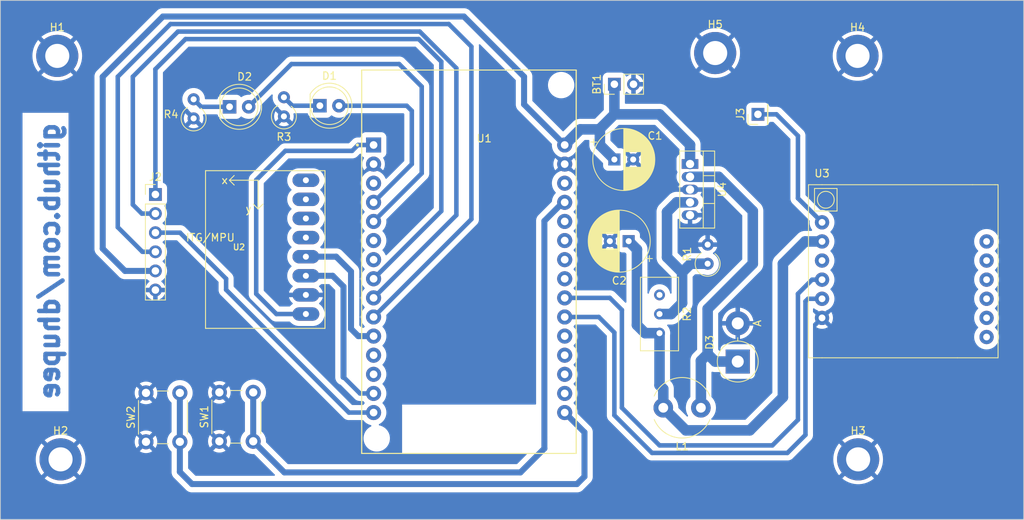
<source format=kicad_pcb>
(kicad_pcb (version 20221018) (generator pcbnew)
  (layers (0 "F.Cu" signal) (31 "B.Cu" signal) (34 "B.Paste" user) (35 "F.Paste" user) (36 "B.SilkS" user "B.Silkscreen") (37 "F.SilkS" user "F.Silkscreen") (38 "B.Mask" user) (39 "F.Mask" user) (44 "Edge.Cuts" user))
  (net 0 "")
  (net 1 "GND")
  (net 3 "+4V")
  (net 4 "LED1")
  (net 7 "LED2")
  (net 10 "Net-(D3-K)")
  (net 12 "Net-(U4-FB)")
  (net 17 "PUSH1")
  (net 18 "+3.3V")
  (net 23 "SDA")
  (net 24 "SCL")
  (net 25 "SIM_TX")
  (net 26 "SIM_RX")
  (net 38 "Net-(D1-K)")
  (net 39 "Net-(D2-K)")
  (net 40 "VIN")
  (net 41 "MISO")
  (net 42 "MOSI")
  (net 43 "SCK")
  (net 44 "CS")
  (net 45 "ANTENNA")
  (net 46 "PUSH2")
  (footprint "LED_THT:LED_D5.0mm" (layer "F.Cu") (at 42.46 26.145343)
    (fp_text reference "D2" (at 2 -4) (layer "F.SilkS"))
    (fp_text value "LED2")
    (pad "1" thru_hole rect (at 0 0) (size 1.8 1.8) (drill 0.9) (layers "*.Cu" "*.Mask") (net 39 "Net-(D2-K)"))
    (pad "2" thru_hole circle (at 2.54 0) (size 1.8 1.8) (drill 0.9) (layers "*.Cu" "*.Mask") (net 7 "LED2"))
  )
  (footprint "Button_Switch_THT:SW_PUSH_6mm" (layer "F.Cu") (at 31.3525 70.6675 90)
    (fp_text reference "SW2" (at 3.25 -2 90) (layer "F.SilkS"))
    (fp_text value "SW_Push2")
    (pad "1" thru_hole circle (at 0 0 180) (size 2 2) (drill 1.1) (layers "*.Cu" "*.Mask") (net 1 "GND"))
    (pad "1" thru_hole circle (at 6.5 0 180) (size 2 2) (drill 1.1) (layers "*.Cu" "*.Mask") (net 1 "GND"))
    (pad "2" thru_hole circle (at 0 4.5 180) (size 2 2) (drill 1.1) (layers "*.Cu" "*.Mask") (net 46 "PUSH2"))
    (pad "2" thru_hole circle (at 6.5 4.5 180) (size 2 2) (drill 1.1) (layers "*.Cu" "*.Mask") (net 46 "PUSH2"))
  )
  (footprint "GY-521:GY-521" (layer "F.Cu") (at 43.7125 44.795343 180)
    (fp_text reference "U2" (at 0 0 180) (layer "F.SilkS") (effects (font (size 0.787402 0.787402))))
    (fp_text value "GY-521")
    (fp_text user "y" (at -1.27 5.08 180) (layer "F.SilkS"))
    (fp_text user "x" (at 1.905 8.89 180) (layer "F.SilkS"))
    (fp_text user "ITG/MPU" (at 3.81 1.27 180) (layer "F.SilkS"))
    (pad "ADO" thru_hole oval (at -8.89 6.35 180) (size 3.556 1.778) (drill 0.8) (layers "*.Cu" "*.Mask"))
    (pad "GND" thru_hole oval (at -8.89 -6.35 180) (size 3.556 1.778) (drill 0.8) (layers "*.Cu" "*.Mask") (net 1 "GND"))
    (pad "INT" thru_hole oval (at -8.89 8.89 180) (size 3.556 1.778) (drill 0.8) (layers "*.Cu" "*.Mask"))
    (pad "SCL" thru_hole oval (at -8.89 -3.81 180) (size 3.556 1.778) (drill 0.8) (layers "*.Cu" "*.Mask") (net 24 "SCL"))
    (pad "SDA" thru_hole oval (at -8.89 -1.27 180) (size 3.556 1.778) (drill 0.8) (layers "*.Cu" "*.Mask") (net 23 "SDA"))
    (pad "VCC" thru_hole oval (at -8.89 -8.89 180) (size 3.556 1.778) (drill 0.8) (layers "*.Cu" "*.Mask") (net 18 "+3.3V"))
    (pad "XCL" thru_hole oval (at -8.89 3.81 180) (size 3.556 1.778) (drill 0.8) (layers "*.Cu" "*.Mask"))
    (pad "XDA" thru_hole oval (at -8.89 1.27 180) (size 3.556 1.778) (drill 0.8) (layers "*.Cu" "*.Mask"))
  )
  (footprint "Capacitor_THT:CP_Radial_D8.0mm_P2.50mm" (layer "F.Cu") (at 95.5 44 180)
    (fp_text reference "C2" (at 1.25 -5.25) (layer "F.SilkS"))
    (fp_text value "220u")
    (pad "1" thru_hole rect (at 0 0 180) (size 1.6 1.6) (drill 0.8) (layers "*.Cu" "*.Mask") (net 3 "+4V"))
    (pad "2" thru_hole circle (at 2.5 0 180) (size 1.6 1.6) (drill 0.8) (layers "*.Cu" "*.Mask") (net 1 "GND"))
  )
  (footprint "LED_THT:LED_D5.0mm" (layer "F.Cu") (at 54.46 26)
    (fp_text reference "D1" (at 1.27 -3.96) (layer "F.SilkS"))
    (fp_text value "LED1")
    (pad "1" thru_hole rect (at 0 0) (size 1.8 1.8) (drill 0.9) (layers "*.Cu" "*.Mask") (net 38 "Net-(D1-K)"))
    (pad "2" thru_hole circle (at 2.54 0) (size 1.8 1.8) (drill 0.9) (layers "*.Cu" "*.Mask") (net 4 "LED1"))
  )
  (footprint "Connector_PinHeader_2.54mm:PinHeader_1x02_P2.54mm_Vertical" (layer "F.Cu") (at 93.6025 23.145343 90)
    (fp_text reference "BT1" (at 0 -2.33 90) (layer "F.SilkS"))
    (fp_text value "Battery_Cell")
    (pad "1" thru_hole rect (at 0 0 90) (size 1.7 1.7) (drill 1) (layers "*.Cu" "*.Mask") (net 40 "VIN"))
    (pad "2" thru_hole oval (at 0 2.54 90) (size 1.7 1.7) (drill 1) (layers "*.Cu" "*.Mask") (net 1 "GND"))
  )
  (footprint "Button_Switch_THT:SW_PUSH_6mm" (layer "F.Cu") (at 41.1025 70.5975 90)
    (fp_text reference "SW1" (at 3.25 -2 90) (layer "F.SilkS"))
    (fp_text value "SW_Push1")
    (pad "1" thru_hole circle (at 0 0 180) (size 2 2) (drill 1.1) (layers "*.Cu" "*.Mask") (net 1 "GND"))
    (pad "1" thru_hole circle (at 6.5 0 180) (size 2 2) (drill 1.1) (layers "*.Cu" "*.Mask") (net 1 "GND"))
    (pad "2" thru_hole circle (at 0 4.5 180) (size 2 2) (drill 1.1) (layers "*.Cu" "*.Mask") (net 17 "PUSH1"))
    (pad "2" thru_hole circle (at 6.5 4.5 180) (size 2 2) (drill 1.1) (layers "*.Cu" "*.Mask") (net 17 "PUSH1"))
  )
  (footprint "Resistor_THT:R_Axial_DIN0309_L9.0mm_D3.2mm_P2.54mm_Vertical" (layer "F.Cu") (at 37.6825 27.685343 90)
    (fp_text reference "R4" (at 0.54 -3) (layer "F.SilkS"))
    (fp_text value "220")
    (pad "1" thru_hole circle (at 0 0 90) (size 1.6 1.6) (drill 0.8) (layers "*.Cu" "*.Mask") (net 1 "GND"))
    (pad "2" thru_hole oval (at 2.54 0 90) (size 1.6 1.6) (drill 0.8) (layers "*.Cu" "*.Mask") (net 39 "Net-(D2-K)"))
  )
  (footprint "MountingHole:MountingHole_3.2mm_M3_DIN965_Pad" (layer "F.Cu") (at 107 19)
    (fp_text reference "H5" (at 0 -3.8) (layer "F.SilkS"))
    (fp_text value "MountingHole_Pad")
    (pad "1" thru_hole circle (at 0 0) (size 5.6 5.6) (drill 3.2) (layers "*.Cu" "*.Mask") (net 1 "GND"))
  )
  (footprint "Potentiometer_THT:Potentiometer_Bourns_3296W_Vertical" (layer "F.Cu") (at 99.6025 56.225343 -90)
    (fp_text reference "R2" (at -2.54 -3.66 90) (layer "F.SilkS"))
    (fp_text value "2.2k")
    (pad "1" thru_hole circle (at 0 0 270) (size 1.44 1.44) (drill 0.8) (layers "*.Cu" "*.Mask") (net 3 "+4V"))
    (pad "2" thru_hole circle (at -2.54 0 270) (size 1.44 1.44) (drill 0.8) (layers "*.Cu" "*.Mask") (net 12 "Net-(U4-FB)"))
    (pad "3" thru_hole circle (at -5.08 0 270) (size 1.44 1.44) (drill 0.8) (layers "*.Cu" "*.Mask"))
  )
  (footprint "MountingHole:MountingHole_3.2mm_M3_DIN965_Pad" (layer "F.Cu") (at 125.92 19.38)
    (fp_text reference "H4" (at 0 -3.8) (layer "F.SilkS"))
    (fp_text value "MountingHole_Pad")
    (pad "1" thru_hole circle (at 0 0) (size 5.6 5.6) (drill 3.2) (layers "*.Cu" "*.Mask") (net 1 "GND"))
  )
  (footprint "MountingHole:MountingHole_3.2mm_M3_DIN965_Pad" (layer "F.Cu") (at 19.56 19.38)
    (fp_text reference "H1" (at 0 -3.8) (layer "F.SilkS"))
    (fp_text value "MountingHole_Pad")
    (pad "1" thru_hole circle (at 0 0) (size 5.6 5.6) (drill 3.2) (layers "*.Cu" "*.Mask") (net 1 "GND"))
  )
  (footprint "Inductor_THT:L_Radial_D7.8mm_P5.00mm_Fastron_07HCP" (layer "F.Cu") (at 105.1025 66.145343 180)
    (fp_text reference "L1" (at 2.5 -5.15) (layer "F.SilkS"))
    (fp_text value "68u")
    (pad "1" thru_hole circle (at 0 0 180) (size 2.6 2.6) (drill 1.3) (layers "*.Cu" "*.Mask") (net 10 "Net-(D3-K)"))
    (pad "2" thru_hole circle (at 5 0 180) (size 2.6 2.6) (drill 1.3) (layers "*.Cu" "*.Mask") (net 3 "+4V"))
  )
  (footprint "Diode_THT:D_DO-201AD_P5.08mm_Vertical_AnodeUp" (layer "F.Cu") (at 110 60 90)
    (fp_text reference "D3" (at 2.54 -3.72 90) (layer "F.SilkS"))
    (fp_text value "1N5820")
    (fp_text user "A" (at 5.08 2.6 90) (layer "F.SilkS"))
    (pad "1" thru_hole rect (at 0 0 90) (size 3.2 3.2) (drill 1.6) (layers "*.Cu" "*.Mask") (net 10 "Net-(D3-K)"))
    (pad "2" thru_hole oval (at 5.08 0 90) (size 3.2 3.2) (drill 1.6) (layers "*.Cu" "*.Mask") (net 1 "GND"))
  )
  (footprint "SIM800L-Core-Module-KiCad-Footprint-main:SIM800L-CORE" (layer "F.Cu") (at 121.2 41.5)
    (fp_text reference "U3" (at 0 -6.5 unlocked) (layer "F.SilkS"))
    (fp_text value "SIM800L-CORE")
    (pad "1" thru_hole circle (at 0 0) (size 1.9 1.9) (drill 0.9) (layers "*.Cu" "*.Mask") (net 45 "ANTENNA"))
    (pad "2" thru_hole circle (at 0 2.54) (size 1.9 1.9) (drill 0.9) (layers "*.Cu" "*.Mask") (net 3 "+4V"))
    (pad "3" thru_hole circle (at 0 5.08) (size 1.9 1.9) (drill 0.9) (layers "*.Cu" "*.Mask"))
    (pad "4" thru_hole circle (at 0 7.62) (size 1.9 1.9) (drill 0.9) (layers "*.Cu" "*.Mask") (net 26 "SIM_RX"))
    (pad "5" thru_hole circle (at 0 10.16) (size 1.9 1.9) (drill 0.9) (layers "*.Cu" "*.Mask") (net 25 "SIM_TX"))
    (pad "6" thru_hole circle (at 0 12.7) (size 1.9 1.9) (drill 0.9) (layers "*.Cu" "*.Mask") (net 1 "GND"))
    (pad "7" thru_hole circle (at 21.87 15.24) (size 1.9 1.9) (drill 0.9) (layers "*.Cu" "*.Mask"))
    (pad "8" thru_hole circle (at 21.87 12.7) (size 1.9 1.9) (drill 0.9) (layers "*.Cu" "*.Mask"))
    (pad "9" thru_hole circle (at 21.87 10.16) (size 1.9 1.9) (drill 0.9) (layers "*.Cu" "*.Mask"))
    (pad "10" thru_hole circle (at 21.87 7.62) (size 1.9 1.9) (drill 0.9) (layers "*.Cu" "*.Mask"))
    (pad "11" thru_hole circle (at 21.87 5.08) (size 1.9 1.9) (drill 0.9) (layers "*.Cu" "*.Mask"))
    (pad "12" thru_hole circle (at 21.87 2.54) (size 1.9 1.9) (drill 0.9) (layers "*.Cu" "*.Mask"))
  )
  (footprint "Package_TO_SOT_THT:TO-220-5_Vertical" (layer "F.Cu") (at 103.6575 33.745343 -90)
    (fp_text reference "U4" (at 3.4 -4.27 90) (layer "F.SilkS"))
    (fp_text value "LM2596T-ADJ")
    (pad "1" thru_hole rect (at 0 0 270) (size 1.275 2.2) (drill 1.1) (layers "*.Cu" "*.Mask") (net 40 "VIN"))
    (pad "2" thru_hole oval (at 1.7 0 270) (size 1.275 2.2) (drill 1.1) (layers "*.Cu" "*.Mask") (net 10 "Net-(D3-K)"))
    (pad "3" thru_hole oval (at 3.4 0 270) (size 1.275 2.2) (drill 1.1) (layers "*.Cu" "*.Mask") (net 1 "GND"))
    (pad "4" thru_hole oval (at 5.1 0 270) (size 1.275 2.2) (drill 1.1) (layers "*.Cu" "*.Mask") (net 12 "Net-(U4-FB)"))
    (pad "5" thru_hole oval (at 6.8 0 270) (size 1.275 2.2) (drill 1.1) (layers "*.Cu" "*.Mask") (net 1 "GND"))
  )
  (footprint "Resistor_THT:R_Axial_DIN0309_L9.0mm_D3.2mm_P2.54mm_Vertical" (layer "F.Cu") (at 106 47 90)
    (fp_text reference "R1" (at 1.27 -2.72 90) (layer "F.SilkS"))
    (fp_text value "1k")
    (pad "1" thru_hole circle (at 0 0 90) (size 1.6 1.6) (drill 0.8) (layers "*.Cu" "*.Mask") (net 12 "Net-(U4-FB)"))
    (pad "2" thru_hole oval (at 2.54 0 90) (size 1.6 1.6) (drill 0.8) (layers "*.Cu" "*.Mask") (net 1 "GND"))
  )
  (footprint "Connector_PinHeader_2.54mm:PinHeader_1x01_P2.54mm_Vertical" (layer "F.Cu") (at 112.6825 27.145343 90)
    (fp_text reference "J3" (at 0 -2.33 90) (layer "F.SilkS"))
    (fp_text value "Antenna_Connector")
    (pad "1" thru_hole rect (at 0 0 90) (size 1.7 1.7) (drill 1) (layers "*.Cu" "*.Mask") (net 45 "ANTENNA"))
  )
  (footprint "Connector_PinHeader_2.54mm:PinHeader_1x06_P2.54mm_Vertical" (layer "F.Cu") (at 32.6025 37.795343)
    (fp_text reference "J2" (at 0 -2.33) (layer "F.SilkS"))
    (fp_text value "MicroSD_Module")
    (pad "1" thru_hole rect (at 0 0) (size 1.7 1.7) (drill 1) (layers "*.Cu" "*.Mask") (net 44 "CS"))
    (pad "2" thru_hole oval (at 0 2.54) (size 1.7 1.7) (drill 1) (layers "*.Cu" "*.Mask") (net 43 "SCK"))
    (pad "3" thru_hole oval (at 0 5.08) (size 1.7 1.7) (drill 1) (layers "*.Cu" "*.Mask") (net 42 "MOSI"))
    (pad "4" thru_hole oval (at 0 7.62) (size 1.7 1.7) (drill 1) (layers "*.Cu" "*.Mask") (net 41 "MISO"))
    (pad "5" thru_hole oval (at 0 10.16) (size 1.7 1.7) (drill 1) (layers "*.Cu" "*.Mask") (net 40 "VIN"))
    (pad "6" thru_hole oval (at 0 12.7) (size 1.7 1.7) (drill 1) (layers "*.Cu" "*.Mask") (net 1 "GND"))
  )
  (footprint "MountingHole:MountingHole_3.2mm_M3_DIN965_Pad" (layer "F.Cu") (at 20 73)
    (fp_text reference "H2" (at 0 -3.8) (layer "F.SilkS"))
    (fp_text value "MountingHole_Pad")
    (pad "1" thru_hole circle (at 0 0) (size 5.6 5.6) (drill 3.2) (layers "*.Cu" "*.Mask") (net 1 "GND"))
  )
  (footprint "Capacitor_THT:CP_Radial_D8.0mm_P2.50mm" (layer "F.Cu") (at 93.6025 33.145343)
    (fp_text reference "C1" (at 5.3975 -3.145343) (layer "F.SilkS"))
    (fp_text value "470u")
    (pad "1" thru_hole rect (at 0 0) (size 1.6 1.6) (drill 0.8) (layers "*.Cu" "*.Mask") (net 40 "VIN"))
    (pad "2" thru_hole circle (at 2.5 0) (size 1.6 1.6) (drill 0.8) (layers "*.Cu" "*.Mask") (net 1 "GND"))
  )
  (footprint "MountingHole:MountingHole_3.2mm_M3_DIN965_Pad" (layer "F.Cu") (at 126 73)
    (fp_text reference "H3" (at 0 -3.8) (layer "F.SilkS"))
    (fp_text value "MountingHole_Pad")
    (pad "1" thru_hole circle (at 0 0) (size 5.6 5.6) (drill 3.2) (layers "*.Cu" "*.Mask") (net 1 "GND"))
  )
  (footprint "Resistor_THT:R_Axial_DIN0309_L9.0mm_D3.2mm_P2.54mm_Vertical" (layer "F.Cu") (at 49.6825 27.4175 90)
    (fp_text reference "R3" (at -2.727843 0) (layer "F.SilkS"))
    (fp_text value "220")
    (pad "1" thru_hole circle (at 0 0 90) (size 1.6 1.6) (drill 0.8) (layers "*.Cu" "*.Mask") (net 1 "GND"))
    (pad "2" thru_hole oval (at 2.54 0 90) (size 1.6 1.6) (drill 0.8) (layers "*.Cu" "*.Mask") (net 38 "Net-(D1-K)"))
  )
  (footprint "ESP32-DEVKIT-V1:MODULE_ESP32_DEVKIT_V1" (layer "F.Cu") (at 74.3 46.735)
    (fp_text reference "U1" (at 2 -16.38) (layer "F.SilkS"))
    (fp_text value "ESP32-DEVKIT-V1")
    (pad "" np_thru_hole circle (at -12.28 -23.475) (size 3 3) (drill 3) (layers "*.Cu" "*.Mask"))
    (pad "" np_thru_hole circle (at -12.28 23.475) (size 3 3) (drill 3) (layers "*.Cu" "*.Mask"))
    (pad "" np_thru_hole circle (at 12.23 -23.475) (size 3 3) (drill 3) (layers "*.Cu" "*.Mask"))
    (pad "" np_thru_hole circle (at 12.23 23.475) (size 3 3) (drill 3) (layers "*.Cu" "*.Mask"))
    (pad "1" thru_hole rect (at -12.7 -15.515) (size 2 2) (drill 1.02) (layers "*.Cu" "*.Mask") (net 18 "+3.3V"))
    (pad "2" thru_hole circle (at -12.7 -12.975) (size 2 2) (drill 1.02) (layers "*.Cu" "*.Mask") (net 1 "GND"))
    (pad "3" thru_hole circle (at -12.7 -10.435) (size 2 2) (drill 1.02) (layers "*.Cu" "*.Mask"))
    (pad "4" thru_hole circle (at -12.7 -7.895) (size 2 2) (drill 1.02) (layers "*.Cu" "*.Mask") (net 4 "LED1"))
    (pad "5" thru_hole circle (at -12.7 -5.355) (size 2 2) (drill 1.02) (layers "*.Cu" "*.Mask") (net 7 "LED2"))
    (pad "6" thru_hole circle (at -12.7 -2.815) (size 2 2) (drill 1.02) (layers "*.Cu" "*.Mask"))
    (pad "7" thru_hole circle (at -12.7 -0.275) (size 2 2) (drill 1.02) (layers "*.Cu" "*.Mask"))
    (pad "8" thru_hole circle (at -12.7 2.265) (size 2 2) (drill 1.02) (layers "*.Cu" "*.Mask") (net 44 "CS"))
    (pad "9" thru_hole circle (at -12.7 4.805) (size 2 2) (drill 1.02) (layers "*.Cu" "*.Mask") (net 43 "SCK"))
    (pad "10" thru_hole circle (at -12.7 7.345) (size 2 2) (drill 1.02) (layers "*.Cu" "*.Mask") (net 41 "MISO"))
    (pad "11" thru_hole circle (at -12.7 9.885) (size 2 2) (drill 1.02) (layers "*.Cu" "*.Mask") (net 23 "SDA"))
    (pad "12" thru_hole circle (at -12.7 12.425) (size 2 2) (drill 1.02) (layers "*.Cu" "*.Mask"))
    (pad "13" thru_hole circle (at -12.7 14.965) (size 2 2) (drill 1.02) (layers "*.Cu" "*.Mask"))
    (pad "14" thru_hole circle (at -12.7 17.505) (size 2 2) (drill 1.02) (layers "*.Cu" "*.Mask") (net 24 "SCL"))
    (pad "15" thru_hole circle (at -12.7 20.045) (size 2 2) (drill 1.02) (layers "*.Cu" "*.Mask") (net 42 "MOSI"))
    (pad "16" thru_hole circle (at 12.7 20.045) (size 2 2) (drill 1.02) (layers "*.Cu" "*.Mask") (net 46 "PUSH2"))
    (pad "17" thru_hole circle (at 12.7 17.505) (size 2 2) (drill 1.02) (layers "*.Cu" "*.Mask"))
    (pad "18" thru_hole circle (at 12.7 14.965) (size 2 2) (drill 1.02) (layers "*.Cu" "*.Mask"))
    (pad "19" thru_hole circle (at 12.7 12.425) (size 2 2) (drill 1.02) (layers "*.Cu" "*.Mask"))
    (pad "20" thru_hole circle (at 12.7 9.885) (size 2 2) (drill 1.02) (layers "*.Cu" "*.Mask"))
    (pad "21" thru_hole circle (at 12.7 7.345) (size 2 2) (drill 1.02) (layers "*.Cu" "*.Mask") (net 25 "SIM_TX"))
    (pad "22" thru_hole circle (at 12.7 4.805) (size 2 2) (drill 1.02) (layers "*.Cu" "*.Mask") (net 26 "SIM_RX"))
    (pad "23" thru_hole circle (at 12.7 2.265) (size 2 2) (drill 1.02) (layers "*.Cu" "*.Mask"))
    (pad "24" thru_hole circle (at 12.7 -0.275) (size 2 2) (drill 1.02) (layers "*.Cu" "*.Mask"))
    (pad "25" thru_hole circle (at 12.7 -2.815) (size 2 2) (drill 1.02) (layers "*.Cu" "*.Mask"))
    (pad "26" thru_hole circle (at 12.7 -5.355) (size 2 2) (drill 1.02) (layers "*.Cu" "*.Mask"))
    (pad "27" thru_hole circle (at 12.7 -7.895) (size 2 2) (drill 1.02) (layers "*.Cu" "*.Mask") (net 17 "PUSH1"))
    (pad "28" thru_hole circle (at 12.7 -10.435) (size 2 2) (drill 1.02) (layers "*.Cu" "*.Mask"))
    (pad "29" thru_hole circle (at 12.7 -12.975) (size 2 2) (drill 1.02) (layers "*.Cu" "*.Mask") (net 1 "GND"))
    (pad "30" thru_hole circle (at 12.7 -15.515) (size 2 2) (drill 1.02) (layers "*.Cu" "*.Mask") (net 40 "VIN"))
    (zone (net 0) (net_name "") (layer "B.Cu") (connect_pads (clearance 0)) (min_thickness 0.01)
      (keepout (tracks not_allowed) (vias not_allowed) (pads not_allowed) (copperpour not_allowed) (footprints allowed))
      (fill (thermal_gap 0.508) (thermal_bridge_width 0.508))
      (polygon (pts (xy 65.39 65.72) (xy 83.08 65.72) (xy 83.08 72.21) (xy 65.39 72.21)))
    )
  )
  (gr_rect (start 12 12) (end 148 81) (stroke (width 0.1)) (fill none) (layer "Edge.Cuts"))
  (gr_text "github.com/dhupee" (at 20 28 90) (layer "B.Cu") (effects (font (size 2.5 2.5) (thickness 0.6) bold) (justify left bottom mirror)))
  (segment (start 100.1025 63.645343) (end 99.6025 63.145343) (width 1.4) (layer "B.Cu") (net 3))
  (segment (start 100.1025 66.145343) (end 103.1025 69.145343) (width 1.4) (layer "B.Cu") (net 3))
  (segment (start 99.6025 56.225343) (end 97.6825 56.225343) (width 1.4) (layer "B.Cu") (net 3))
  (segment (start 103.1025 69.145343) (end 111.6025 69.145343) (width 1.4) (layer "B.Cu") (net 3))
  (segment (start 118.96 44.04) (end 121.2 44.04) (width 1.4) (layer "B.Cu") (net 3))
  (segment (start 99.6025 63.145343) (end 99.6025 56.225343) (width 1.4) (layer "B.Cu") (net 3))
  (segment (start 116 64.747843) (end 116 47) (width 1.4) (layer "B.Cu") (net 3))
  (segment (start 96.6025 45.1025) (end 95.5 44) (width 1.4) (layer "B.Cu") (net 3))
  (segment (start 100.1025 66.145343) (end 100.1025 63.645343) (width 1.4) (layer "B.Cu") (net 3))
  (segment (start 116 47) (end 118.96 44.04) (width 1.4) (layer "B.Cu") (net 3))
  (segment (start 111.6025 69.145343) (end 116 64.747843) (width 1.4) (layer "B.Cu") (net 3))
  (segment (start 97.6825 56.225343) (end 96.6025 55.145343) (width 1.4) (layer "B.Cu") (net 3))
  (segment (start 96.6025 55.145343) (end 96.6025 45.1025) (width 1.4) (layer "B.Cu") (net 3))
  (segment (start 66.6825 26.6825) (end 66 26) (width 0.6) (layer "B.Cu") (net 4))
  (segment (start 66 26) (end 57 26) (width 0.6) (layer "B.Cu") (net 4))
  (segment (start 61.6 38.84) (end 66.6825 33.7575) (width 0.6) (layer "B.Cu") (net 4))
  (segment (start 66.6825 33.7575) (end 66.6825 26.6825) (width 0.6) (layer "B.Cu") (net 4))
  (segment (start 68 34.98) (end 61.6 41.38) (width 0.6) (layer "B.Cu") (net 7))
  (segment (start 50.6825 20.462843) (end 65.000001 20.462843) (width 0.6) (layer "B.Cu") (net 7))
  (segment (start 68 23.462843) (end 68 34.98) (width 0.6) (layer "B.Cu") (net 7))
  (segment (start 50.6825 20.462843) (end 45 26.145343) (width 0.6) (layer "B.Cu") (net 7))
  (segment (start 66.268579 21.731421) (end 68 23.462843) (width 0.6) (layer "B.Cu") (net 7))
  (segment (start 65.000001 20.462843) (end 66.268579 21.731421) (width 0.6) (layer "B.Cu") (net 7))
  (segment (start 106 59) (end 107 60) (width 1.4) (layer "B.Cu") (net 10))
  (segment (start 107 60) (end 110 60) (width 1.4) (layer "B.Cu") (net 10))
  (segment (start 112 40) (end 107.445343 35.445343) (width 1.4) (layer "B.Cu") (net 10))
  (segment (start 106 59) (end 106 53) (width 1.4) (layer "B.Cu") (net 10))
  (segment (start 112 47) (end 112 40) (width 1.4) (layer "B.Cu") (net 10))
  (segment (start 105.1025 66.145343) (end 105.1025 59.8975) (width 1.4) (layer "B.Cu") (net 10))
  (segment (start 106 53) (end 112 47) (width 1.4) (layer "B.Cu") (net 10))
  (segment (start 107.445343 35.445343) (end 103.6575 35.445343) (width 1.4) (layer "B.Cu") (net 10))
  (segment (start 105.1025 59.8975) (end 106 59) (width 1.4) (layer "B.Cu") (net 10))
  (segment (start 101.1425 53.685343) (end 99.6025 53.685343) (width 1.4) (layer "B.Cu") (net 12))
  (segment (start 102.6025 52.225343) (end 101.1425 53.685343) (width 1.4) (layer "B.Cu") (net 12))
  (segment (start 102.6025 48.145343) (end 102.6025 52.225343) (width 1.4) (layer "B.Cu") (net 12))
  (segment (start 103.6575 38.845343) (end 101.8825 38.845343) (width 1.4) (layer "B.Cu") (net 12))
  (segment (start 100.6025 40.125343) (end 100.6025 46.145343) (width 1.4) (layer "B.Cu") (net 12))
  (segment (start 101.8825 38.845343) (end 100.6025 40.125343) (width 1.4) (layer "B.Cu") (net 12))
  (segment (start 103.747843 47) (end 106 47) (width 1.4) (layer "B.Cu") (net 12))
  (segment (start 100.6025 46.145343) (end 102.6025 48.145343) (width 1.4) (layer "B.Cu") (net 12))
  (segment (start 102.6025 48.145343) (end 103.747843 47) (width 1.4) (layer "B.Cu") (net 12))
  (segment (start 84.3 71.555686) (end 81.120686 74.735) (width 0.8) (layer "B.Cu") (net 17))
  (segment (start 84.3 41.315) (end 84.3 71.555686) (width 0.8) (layer "B.Cu") (net 17))
  (segment (start 81.120686 74.735) (end 49.74 74.735) (width 0.8) (layer "B.Cu") (net 17))
  (segment (start 49.74 74.735) (end 45.6025 70.5975) (width 0.8) (layer "B.Cu") (net 17))
  (segment (start 45.6025 64.0975) (end 45.6025 70.5975) (width 0.8) (layer "B.Cu") (net 17))
  (segment (start 86.22 39.395) (end 84.3 41.315) (width 0.8) (layer "B.Cu") (net 17))
  (segment (start 61.6 31.22) (end 59.527843 31.22) (width 0.6) (layer "B.Cu") (net 18))
  (segment (start 58.747843 32) (end 49.873921 32) (width 0.6) (layer "B.Cu") (net 18))
  (segment (start 49.873921 32) (end 46 35.873921) (width 0.6) (layer "B.Cu") (net 18))
  (segment (start 46 51) (end 48.685343 53.685343) (width 0.6) (layer "B.Cu") (net 18))
  (segment (start 48.685343 53.685343) (end 52.6025 53.685343) (width 0.6) (layer "B.Cu") (net 18))
  (segment (start 59.527843 31.22) (end 58.747843 32) (width 0.6) (layer "B.Cu") (net 18))
  (segment (start 46 35.873921) (end 46 51) (width 0.6) (layer "B.Cu") (net 18))
  (segment (start 58.6025 55.6575) (end 58.6025 48.037499) (width 0.8) (layer "B.Cu") (net 23))
  (segment (start 61.6 56.62) (end 59.565 56.62) (width 0.8) (layer "B.Cu") (net 23))
  (segment (start 58.6025 48.037499) (end 56.630344 46.065343) (width 0.8) (layer "B.Cu") (net 23))
  (segment (start 56.630344 46.065343) (end 52.6025 46.065343) (width 0.8) (layer "B.Cu") (net 23))
  (segment (start 59.565 56.62) (end 58.6025 55.6575) (width 0.8) (layer "B.Cu") (net 23))
  (segment (start 59.79 64.24) (end 57.6025 62.0525) (width 0.6) (layer "B.Cu") (net 24))
  (segment (start 61.6 64.24) (end 59.79 64.24) (width 0.6) (layer "B.Cu") (net 24))
  (segment (start 57.6025 62.0525) (end 57.6025 50.0375) (width 0.8) (layer "B.Cu") (net 24))
  (segment (start 56.170343 48.605343) (end 52.6025 48.605343) (width 0.8) (layer "B.Cu") (net 24))
  (segment (start 57.6025 50.0375) (end 56.170343 48.605343) (width 0.8) (layer "B.Cu") (net 24))
  (segment (start 93.6025 56.145343) (end 93.6025 67.145343) (width 0.6) (layer "B.Cu") (net 25))
  (segment (start 98.6025 72.145343) (end 116.6025 72.145343) (width 0.6) (layer "B.Cu") (net 25))
  (segment (start 119 69.747843) (end 119 52) (width 0.6) (layer "B.Cu") (net 25))
  (segment (start 119.34 51.66) (end 121.2 51.66) (width 0.6) (layer "B.Cu") (net 25))
  (segment (start 119 52) (end 119.34 51.66) (width 0.6) (layer "B.Cu") (net 25))
  (segment (start 116.6025 72.145343) (end 119 69.747843) (width 0.6) (layer "B.Cu") (net 25))
  (segment (start 87 54.08) (end 91.537157 54.08) (width 0.6) (layer "B.Cu") (net 25))
  (segment (start 93.6025 67.145343) (end 98.6025 72.145343) (width 0.6) (layer "B.Cu") (net 25))
  (segment (start 91.537157 54.08) (end 93.6025 56.145343) (width 0.6) (layer "B.Cu") (net 25))
  (segment (start 94.6025 53.145343) (end 94.6025 66.145343) (width 0.6) (layer "B.Cu") (net 26))
  (segment (start 118 67.747843) (end 118 51) (width 0.6) (layer "B.Cu") (net 26))
  (segment (start 119.88 49.12) (end 121.2 49.12) (width 0.6) (layer "B.Cu") (net 26))
  (segment (start 99.6025 71.145343) (end 114.6025 71.145343) (width 0.6) (layer "B.Cu") (net 26))
  (segment (start 92.997157 51.54) (end 94.6025 53.145343) (width 0.6) (layer "B.Cu") (net 26))
  (segment (start 87 51.54) (end 92.997157 51.54) (width 0.6) (layer "B.Cu") (net 26))
  (segment (start 94.6025 66.145343) (end 99.6025 71.145343) (width 0.6) (layer "B.Cu") (net 26))
  (segment (start 114.6025 71.145343) (end 118 67.747843) (width 0.6) (layer "B.Cu") (net 26))
  (segment (start 118 51) (end 119.88 49.12) (width 0.6) (layer "B.Cu") (net 26))
  (segment (start 54.46 26) (end 50.805 26) (width 0.6) (layer "B.Cu") (net 38))
  (segment (start 50.805 26) (end 49.6825 24.8775) (width 0.6) (layer "B.Cu") (net 38))
  (segment (start 42.46 26.145343) (end 38.6825 26.145343) (width 0.6) (layer "B.Cu") (net 39))
  (segment (start 38.6825 26.145343) (end 37.6825 25.145343) (width 0.6) (layer "B.Cu") (net 39))
  (segment (start 33.6025 14.145343) (end 73.6025 14.145343) (width 0.8) (layer "B.Cu") (net 40))
  (segment (start 25.6025 45) (end 25.6025 22.145343) (width 0.8) (layer "B.Cu") (net 40))
  (segment (start 93.6025 33.145343) (end 91.677157 31.22) (width 1.4) (layer "B.Cu") (net 40))
  (segment (start 99.6025 27.145343) (end 103.6575 31.200343) (width 1.4) (layer "B.Cu") (net 40))
  (segment (start 25.6025 45) (end 28.557843 47.955343) (width 0.8) (layer "B.Cu") (net 40))
  (segment (start 91.677157 29.070686) (end 93.6025 27.145343) (width 1.4) (layer "B.Cu") (net 40))
  (segment (start 89.074657 29.145343) (end 91.6025 29.145343) (width 1.4) (layer "B.Cu") (net 40))
  (segment (start 93.6025 27.145343) (end 93.6025 23.145343) (width 1.4) (layer "B.Cu") (net 40))
  (segment (start 103.6575 31.200343) (end 103.6575 33.745343) (width 1.4) (layer "B.Cu") (net 40))
  (segment (start 28.557843 47.955343) (end 32.6025 47.955343) (width 0.8) (layer "B.Cu") (net 40))
  (segment (start 81.6025 22.145343) (end 81.6025 25.8225) (width 0.8) (layer "B.Cu") (net 40))
  (segment (start 87 31.22) (end 89.074657 29.145343) (width 1.4) (layer "B.Cu") (net 40))
  (segment (start 91.6025 29.145343) (end 91.677157 29.070686) (width 1.4) (layer "B.Cu") (net 40))
  (segment (start 73.6025 14.145343) (end 81.6025 22.145343) (width 0.8) (layer "B.Cu") (net 40))
  (segment (start 91.677157 31.22) (end 91.677157 29.070686) (width 1.4) (layer "B.Cu") (net 40))
  (segment (start 25.6025 22.145343) (end 33.6025 14.145343) (width 0.8) (layer "B.Cu") (net 40))
  (segment (start 81.6025 25.8225) (end 87 31.22) (width 0.8) (layer "B.Cu") (net 40))
  (segment (start 93.6025 27.145343) (end 99.6025 27.145343) (width 1.4) (layer "B.Cu") (net 40))
  (segment (start 34.6025 15.145343) (end 71.6025 15.145343) (width 0.6) (layer "B.Cu") (net 41))
  (segment (start 30.8725 45.415343) (end 27.6025 42.145343) (width 0.6) (layer "B.Cu") (net 41))
  (segment (start 71.6025 15.145343) (end 74.6025 18.145343) (width 0.6) (layer "B.Cu") (net 41))
  (segment (start 74.6025 41.0775) (end 61.6 54.08) (width 0.6) (layer "B.Cu") (net 41))
  (segment (start 27.6025 42.145343) (end 27.6025 22.145343) (width 0.6) (layer "B.Cu") (net 41))
  (segment (start 74.6025 18.145343) (end 74.6025 41.0775) (width 0.6) (layer "B.Cu") (net 41))
  (segment (start 27.6025 22.145343) (end 34.6025 15.145343) (width 0.6) (layer "B.Cu") (net 41))
  (segment (start 32.6025 45.415343) (end 30.8725 45.415343) (width 0.6) (layer "B.Cu") (net 41))
  (segment (start 42 49) (end 42 50.462843) (width 0.6) (layer "B.Cu") (net 42))
  (segment (start 32.6025 42.875343) (end 35.875343 42.875343) (width 0.6) (layer "B.Cu") (net 42))
  (segment (start 35.875343 42.875343) (end 42 49) (width 0.6) (layer "B.Cu") (net 42))
  (segment (start 58.317157 66.78) (end 61.6 66.78) (width 0.6) (layer "B.Cu") (net 42))
  (segment (start 42 50.462843) (end 58.317157 66.78) (width 0.6) (layer "B.Cu") (net 42))
  (segment (start 35.6025 16.145343) (end 67.73387 16.145343) (width 0.6) (layer "B.Cu") (net 43))
  (segment (start 32.6025 40.335343) (end 30.7925 40.335343) (width 0.6) (layer "B.Cu") (net 43))
  (segment (start 72.6025 40.5375) (end 61.6 51.54) (width 0.6) (layer "B.Cu") (net 43))
  (segment (start 30.7925 40.335343) (end 29.6025 39.145343) (width 0.6) (layer "B.Cu") (net 43))
  (segment (start 29.6025 22.145343) (end 35.6025 16.145343) (width 0.6) (layer "B.Cu") (net 43))
  (segment (start 67.73387 16.145343) (end 72.6025 21.013973) (width 0.6) (layer "B.Cu") (net 43))
  (segment (start 72.6025 21.013973) (end 72.6025 40.5375) (width 0.6) (layer "B.Cu") (net 43))
  (segment (start 29.6025 39.145343) (end 29.6025 22.145343) (width 0.6) (layer "B.Cu") (net 43))
  (segment (start 32.6025 37.795343) (end 32.6025 21.145343) (width 0.6) (layer "B.Cu") (net 44))
  (segment (start 36.6025 17.145343) (end 67.6025 17.145343) (width 0.6) (layer "B.Cu") (net 44))
  (segment (start 67.6025 17.145343) (end 70.6025 20.145343) (width 0.6) (layer "B.Cu") (net 44))
  (segment (start 70.6025 20.145343) (end 70.6025 39.9975) (width 0.6) (layer "B.Cu") (net 44))
  (segment (start 70.6025 39.9975) (end 61.6 49) (width 0.6) (layer "B.Cu") (net 44))
  (segment (start 32.6025 21.145343) (end 36.6025 17.145343) (width 0.6) (layer "B.Cu") (net 44))
  (segment (start 118 30) (end 115.145343 27.145343) (width 0.6) (layer "B.Cu") (net 45))
  (segment (start 121.2 41.5) (end 118 38.3) (width 0.6) (layer "B.Cu") (net 45))
  (segment (start 118 38.3) (end 118 30) (width 0.6) (layer "B.Cu") (net 45))
  (segment (start 115.145343 27.145343) (end 112.6825 27.145343) (width 0.6) (layer "B.Cu") (net 45))
  (segment (start 87 66.78) (end 89.63 69.41) (width 0.8) (layer "B.Cu") (net 46))
  (segment (start 35.8525 74.6675) (end 35.8525 70.6675) (width 0.8) (layer "B.Cu") (net 46))
  (segment (start 88.63 76.285) (end 37.47 76.285) (width 0.8) (layer "B.Cu") (net 46))
  (segment (start 89.63 75.285) (end 88.63 76.285) (width 0.8) (layer "B.Cu") (net 46))
  (segment (start 89.63 69.41) (end 89.63 75.285) (width 0.8) (layer "B.Cu") (net 46))
  (segment (start 35.8525 64.1675) (end 35.8525 70.6675) (width 0.8) (layer "B.Cu") (net 46))
  (segment (start 37.47 76.285) (end 35.8525 74.6675) (width 0.8) (layer "B.Cu") (net 46))
  (zone (net 1) (net_name "GND") (layer "B.Cu") (connect_pads (clearance 0.7)) (min_thickness 0.2) (fill yes (thermal_gap 0.5) (thermal_bridge_width 0.6))
    (polygon (pts (xy 12 12) (xy 12 81) (xy 148 81) (xy 148 12)))
  )
)
</source>
